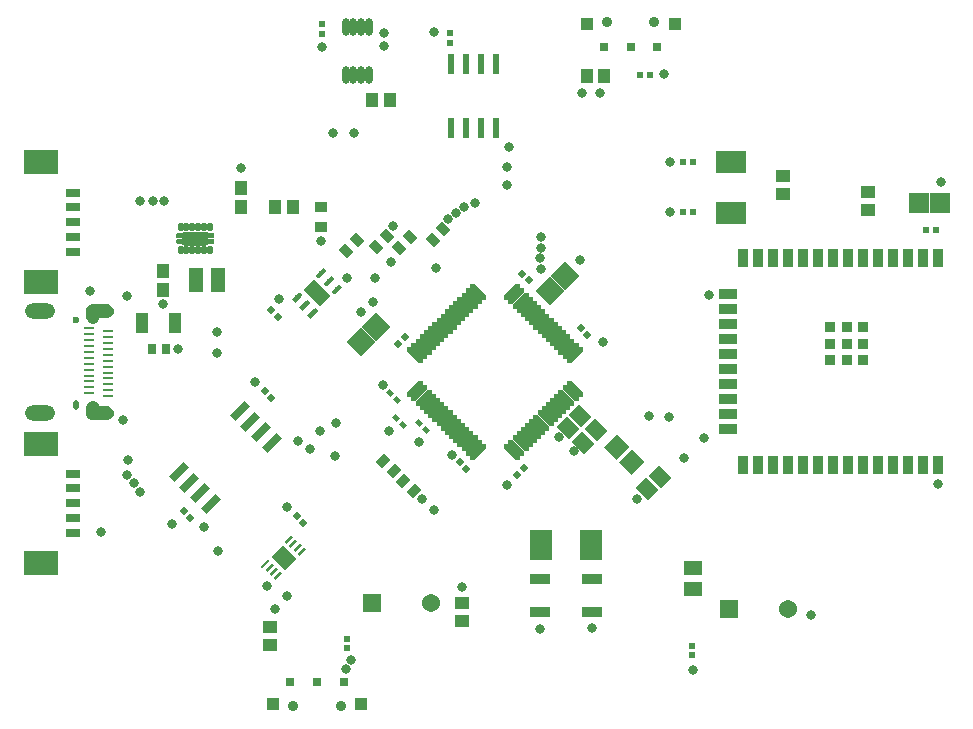
<source format=gbr>
%TF.GenerationSoftware,Altium Limited,Altium Designer,25.3.3 (18)*%
G04 Layer_Color=8388736*
%FSLAX45Y45*%
%MOMM*%
%TF.SameCoordinates,C60B5D50-6102-498E-8A7F-52ABF2EF578F*%
%TF.FilePolarity,Negative*%
%TF.FileFunction,Soldermask,Top*%
%TF.Part,Single*%
G01*
G75*
%TA.AperFunction,BGAPad,CuDef*%
%ADD10R,0.90000X0.90000*%
%TA.AperFunction,SMDPad,CuDef*%
%ADD11R,1.50000X0.90000*%
%ADD12R,0.90000X1.50000*%
%ADD13R,1.27000X1.02000*%
%ADD14R,0.52000X0.52000*%
%ADD15R,2.60000X1.90000*%
%ADD18P,0.73539X4X180.0*%
%TA.AperFunction,BGAPad,CuDef*%
%ADD19C,0.36000*%
%TA.AperFunction,SMDPad,CuDef*%
G04:AMPARAMS|DCode=20|XSize=1.3mm|YSize=2mm|CornerRadius=0mm|HoleSize=0mm|Usage=FLASHONLY|Rotation=45.000|XOffset=0mm|YOffset=0mm|HoleType=Round|Shape=Rectangle|*
%AMROTATEDRECTD20*
4,1,4,0.24749,-1.16673,-1.16673,0.24749,-0.24749,1.16673,1.16673,-0.24749,0.24749,-1.16673,0.0*
%
%ADD20ROTATEDRECTD20*%

%ADD21R,1.01213X1.20840*%
%ADD22R,1.15490X2.10620*%
%ADD29P,0.73539X4X90.0*%
%ADD30R,0.80000X0.80000*%
%ADD31R,1.00000X1.00000*%
%TA.AperFunction,ConnectorPad*%
%ADD33R,0.90000X0.27000*%
%TA.AperFunction,SMDPad,CuDef*%
%ADD34C,1.20656*%
%ADD35C,1.20655*%
%ADD36R,1.30000X0.80000*%
%ADD37R,3.00000X2.10000*%
G04:AMPARAMS|DCode=41|XSize=1.4549mm|YSize=1.5562mm|CornerRadius=0mm|HoleSize=0mm|Usage=FLASHONLY|Rotation=135.000|XOffset=0mm|YOffset=0mm|HoleType=Round|Shape=Rectangle|*
%AMROTATEDRECTD41*
4,1,4,1.06459,0.03581,-0.03581,-1.06459,-1.06459,-0.03581,0.03581,1.06459,1.06459,0.03581,0.0*
%
%ADD41ROTATEDRECTD41*%

G04:AMPARAMS|DCode=42|XSize=1.7mm|YSize=0.65mm|CornerRadius=0mm|HoleSize=0mm|Usage=FLASHONLY|Rotation=225.000|XOffset=0mm|YOffset=0mm|HoleType=Round|Shape=Rectangle|*
%AMROTATEDRECTD42*
4,1,4,0.37123,0.83085,0.83085,0.37123,-0.37123,-0.83085,-0.83085,-0.37123,0.37123,0.83085,0.0*
%
%ADD42ROTATEDRECTD42*%

%ADD43R,0.52000X0.52000*%
%ADD44R,0.54200X1.68500*%
G04:AMPARAMS|DCode=45|XSize=0.86107mm|YSize=0.23928mm|CornerRadius=0mm|HoleSize=0mm|Usage=FLASHONLY|Rotation=45.000|XOffset=0mm|YOffset=0mm|HoleType=Round|Shape=Rectangle|*
%AMROTATEDRECTD45*
4,1,4,-0.21983,-0.38903,-0.38903,-0.21983,0.21983,0.38903,0.38903,0.21983,-0.21983,-0.38903,0.0*
%
%ADD45ROTATEDRECTD45*%

G04:AMPARAMS|DCode=46|XSize=0.86107mm|YSize=0.23928mm|CornerRadius=0.11964mm|HoleSize=0mm|Usage=FLASHONLY|Rotation=45.000|XOffset=0mm|YOffset=0mm|HoleType=Round|Shape=RoundedRectangle|*
%AMROUNDEDRECTD46*
21,1,0.86107,0.00000,0,0,45.0*
21,1,0.62178,0.23928,0,0,45.0*
1,1,0.23928,0.21983,0.21983*
1,1,0.23928,-0.21983,-0.21983*
1,1,0.23928,-0.21983,-0.21983*
1,1,0.23928,0.21983,0.21983*
%
%ADD46ROUNDEDRECTD46*%
G04:AMPARAMS|DCode=47|XSize=1.4mm|YSize=1.6mm|CornerRadius=0mm|HoleSize=0mm|Usage=FLASHONLY|Rotation=45.000|XOffset=0mm|YOffset=0mm|HoleType=Round|Shape=Rectangle|*
%AMROTATEDRECTD47*
4,1,4,0.07071,-1.06066,-1.06066,0.07071,-0.07071,1.06066,1.06066,-0.07071,0.07071,-1.06066,0.0*
%
%ADD47ROTATEDRECTD47*%

%ADD48R,1.00000X1.80000*%
%ADD49R,0.73504X0.86213*%
%ADD51R,1.70000X0.95000*%
%ADD52R,1.90000X2.60000*%
%TA.AperFunction,ComponentPad*%
%ADD58C,0.90000*%
G04:AMPARAMS|DCode=59|XSize=1.25mm|YSize=0.6mm|CornerRadius=0.3mm|HoleSize=0mm|Usage=FLASHONLY|Rotation=90.000|XOffset=0mm|YOffset=0mm|HoleType=Round|Shape=RoundedRectangle|*
%AMROUNDEDRECTD59*
21,1,1.25000,0.00000,0,0,90.0*
21,1,0.65000,0.60000,0,0,90.0*
1,1,0.60000,0.00000,0.32500*
1,1,0.60000,0.00000,-0.32500*
1,1,0.60000,0.00000,-0.32500*
1,1,0.60000,0.00000,0.32500*
%
%ADD59ROUNDEDRECTD59*%
G04:AMPARAMS|DCode=60|XSize=2.6mm|YSize=1.3mm|CornerRadius=0.65mm|HoleSize=0mm|Usage=FLASHONLY|Rotation=180.000|XOffset=0mm|YOffset=0mm|HoleType=Round|Shape=RoundedRectangle|*
%AMROUNDEDRECTD60*
21,1,2.60000,0.00000,0,0,180.0*
21,1,1.30000,1.30000,0,0,180.0*
1,1,1.30000,-0.65000,0.00000*
1,1,1.30000,0.65000,0.00000*
1,1,1.30000,0.65000,0.00000*
1,1,1.30000,-0.65000,0.00000*
%
%ADD60ROUNDEDRECTD60*%
G04:AMPARAMS|DCode=61|XSize=0.6mm|YSize=1.9mm|CornerRadius=0.3mm|HoleSize=0mm|Usage=FLASHONLY|Rotation=90.000|XOffset=0mm|YOffset=0mm|HoleType=Round|Shape=RoundedRectangle|*
%AMROUNDEDRECTD61*
21,1,0.60000,1.30000,0,0,90.0*
21,1,0.00000,1.90000,0,0,90.0*
1,1,0.60000,0.65000,0.00000*
1,1,0.60000,0.65000,0.00000*
1,1,0.60000,-0.65000,0.00000*
1,1,0.60000,-0.65000,0.00000*
%
%ADD61ROUNDEDRECTD61*%
%ADD62C,0.60000*%
G04:AMPARAMS|DCode=63|XSize=0.85mm|YSize=0.5mm|CornerRadius=0.25mm|HoleSize=0mm|Usage=FLASHONLY|Rotation=270.000|XOffset=0mm|YOffset=0mm|HoleType=Round|Shape=RoundedRectangle|*
%AMROUNDEDRECTD63*
21,1,0.85000,0.00000,0,0,270.0*
21,1,0.35000,0.50000,0,0,270.0*
1,1,0.50000,0.00000,-0.17500*
1,1,0.50000,0.00000,0.17500*
1,1,0.50000,0.00000,0.17500*
1,1,0.50000,0.00000,-0.17500*
%
%ADD63ROUNDEDRECTD63*%
%ADD64C,1.54060*%
%ADD65R,1.54060X1.54060*%
%TA.AperFunction,ViaPad*%
%ADD66C,0.60000*%
%TA.AperFunction,SMDPad,CuDef*%
%ADD75R,1.20320X1.00320*%
%ADD76R,1.70320X1.75320*%
G04:AMPARAMS|DCode=77|XSize=1.0032mm|YSize=0.8032mm|CornerRadius=0mm|HoleSize=0mm|Usage=FLASHONLY|Rotation=315.000|XOffset=0mm|YOffset=0mm|HoleType=Round|Shape=Rectangle|*
%AMROTATEDRECTD77*
4,1,4,-0.63866,0.07071,-0.07071,0.63866,0.63866,-0.07071,0.07071,-0.63866,-0.63866,0.07071,0.0*
%
%ADD77ROTATEDRECTD77*%

%ADD78R,1.00320X1.20320*%
%ADD79R,1.00320X0.90320*%
G04:AMPARAMS|DCode=80|XSize=0.5632mm|YSize=0.4532mm|CornerRadius=0mm|HoleSize=0mm|Usage=FLASHONLY|Rotation=315.000|XOffset=0mm|YOffset=0mm|HoleType=Round|Shape=Rectangle|*
%AMROTATEDRECTD80*
4,1,4,-0.35935,0.03889,-0.03889,0.35935,0.35935,-0.03889,0.03889,-0.35935,-0.35935,0.03889,0.0*
%
%ADD80ROTATEDRECTD80*%

G04:AMPARAMS|DCode=81|XSize=0.5032mm|YSize=1.8032mm|CornerRadius=0mm|HoleSize=0mm|Usage=FLASHONLY|Rotation=225.000|XOffset=0mm|YOffset=0mm|HoleType=Round|Shape=Round|*
%AMOVALD81*
21,1,1.30000,0.50320,0.00000,0.00000,315.0*
1,1,0.50320,-0.45962,0.45962*
1,1,0.50320,0.45962,-0.45962*
%
%ADD81OVALD81*%

G04:AMPARAMS|DCode=82|XSize=0.5032mm|YSize=1.8032mm|CornerRadius=0mm|HoleSize=0mm|Usage=FLASHONLY|Rotation=135.000|XOffset=0mm|YOffset=0mm|HoleType=Round|Shape=Round|*
%AMOVALD82*
21,1,1.30000,0.50320,0.00000,0.00000,225.0*
1,1,0.50320,0.45962,0.45962*
1,1,0.50320,-0.45962,-0.45962*
%
%ADD82OVALD82*%

%ADD83O,0.65320X1.50320*%
G04:AMPARAMS|DCode=84|XSize=1.7532mm|YSize=1.7032mm|CornerRadius=0mm|HoleSize=0mm|Usage=FLASHONLY|Rotation=315.000|XOffset=0mm|YOffset=0mm|HoleType=Round|Shape=Rectangle|*
%AMROTATEDRECTD84*
4,1,4,-1.22202,0.01768,-0.01768,1.22202,1.22202,-0.01768,0.01768,-1.22202,-1.22202,0.01768,0.0*
%
%ADD84ROTATEDRECTD84*%

G04:AMPARAMS|DCode=85|XSize=1.5532mm|YSize=1.3032mm|CornerRadius=0mm|HoleSize=0mm|Usage=FLASHONLY|Rotation=135.000|XOffset=0mm|YOffset=0mm|HoleType=Round|Shape=Rectangle|*
%AMROTATEDRECTD85*
4,1,4,1.00989,-0.08839,0.08839,-1.00989,-1.00989,0.08839,-0.08839,1.00989,1.00989,-0.08839,0.0*
%
%ADD85ROTATEDRECTD85*%

G04:AMPARAMS|DCode=86|XSize=1.5032mm|YSize=1.2032mm|CornerRadius=0mm|HoleSize=0mm|Usage=FLASHONLY|Rotation=135.000|XOffset=0mm|YOffset=0mm|HoleType=Round|Shape=Rectangle|*
%AMROTATEDRECTD86*
4,1,4,0.95686,-0.10607,0.10607,-0.95686,-0.95686,0.10607,-0.10607,0.95686,0.95686,-0.10607,0.0*
%
%ADD86ROTATEDRECTD86*%

G04:AMPARAMS|DCode=87|XSize=1.0032mm|YSize=0.8032mm|CornerRadius=0mm|HoleSize=0mm|Usage=FLASHONLY|Rotation=225.000|XOffset=0mm|YOffset=0mm|HoleType=Round|Shape=Rectangle|*
%AMROTATEDRECTD87*
4,1,4,0.07071,0.63866,0.63866,0.07071,-0.07071,-0.63866,-0.63866,-0.07071,0.07071,0.63866,0.0*
%
%ADD87ROTATEDRECTD87*%

G04:AMPARAMS|DCode=88|XSize=1.1032mm|YSize=2.2032mm|CornerRadius=0.1511mm|HoleSize=0mm|Usage=FLASHONLY|Rotation=90.000|XOffset=0mm|YOffset=0mm|HoleType=Round|Shape=RoundedRectangle|*
%AMROUNDEDRECTD88*
21,1,1.10320,1.90100,0,0,90.0*
21,1,0.80100,2.20320,0,0,90.0*
1,1,0.30220,0.95050,0.40050*
1,1,0.30220,0.95050,-0.40050*
1,1,0.30220,-0.95050,-0.40050*
1,1,0.30220,-0.95050,0.40050*
%
%ADD88ROUNDEDRECTD88*%
G04:AMPARAMS|DCode=89|XSize=0.4532mm|YSize=0.7032mm|CornerRadius=0.1516mm|HoleSize=0mm|Usage=FLASHONLY|Rotation=180.000|XOffset=0mm|YOffset=0mm|HoleType=Round|Shape=RoundedRectangle|*
%AMROUNDEDRECTD89*
21,1,0.45320,0.40000,0,0,180.0*
21,1,0.15000,0.70320,0,0,180.0*
1,1,0.30320,-0.07500,0.20000*
1,1,0.30320,0.07500,0.20000*
1,1,0.30320,0.07500,-0.20000*
1,1,0.30320,-0.07500,-0.20000*
%
%ADD89ROUNDEDRECTD89*%
%ADD90R,1.55320X1.20320*%
%TA.AperFunction,ViaPad*%
%ADD91C,0.80320*%
%ADD92C,0.70320*%
G36*
X7426329Y8597595D02*
X7427635Y8597335D01*
X7428896Y8596907D01*
X7430091Y8596318D01*
X7431198Y8595578D01*
X7432199Y8594700D01*
X7433077Y8593698D01*
X7433817Y8592591D01*
X7434407Y8591396D01*
X7434819Y8590182D01*
X7475000D01*
X7476328Y8590095D01*
X7477635Y8589835D01*
X7478896Y8589407D01*
X7480090Y8588818D01*
X7481198Y8588078D01*
X7482199Y8587200D01*
X7483077Y8586198D01*
X7483817Y8585091D01*
X7484406Y8583896D01*
X7484834Y8582635D01*
X7485094Y8581329D01*
X7485181Y8580000D01*
Y8555000D01*
X7485094Y8553671D01*
X7484834Y8552365D01*
X7484406Y8551104D01*
X7483817Y8549909D01*
X7483077Y8548802D01*
X7482199Y8547801D01*
X7481198Y8546922D01*
X7480090Y8546183D01*
X7478896Y8545593D01*
X7477635Y8545165D01*
X7476328Y8544905D01*
X7475000Y8544818D01*
X7435181D01*
Y8540181D01*
X7475000D01*
X7476328Y8540094D01*
X7477635Y8539834D01*
X7478896Y8539406D01*
X7480090Y8538817D01*
X7481198Y8538077D01*
X7482199Y8537199D01*
X7483077Y8536198D01*
X7483817Y8535090D01*
X7484406Y8533896D01*
X7484834Y8532635D01*
X7485094Y8531328D01*
X7485181Y8529999D01*
Y8504999D01*
X7485094Y8503671D01*
X7484834Y8502364D01*
X7484406Y8501103D01*
X7483817Y8499909D01*
X7483077Y8498801D01*
X7482199Y8497800D01*
X7481198Y8496922D01*
X7480090Y8496182D01*
X7478896Y8495593D01*
X7477635Y8495165D01*
X7476328Y8494905D01*
X7475000Y8494818D01*
X7434819D01*
X7434407Y8493603D01*
X7433817Y8492409D01*
X7433077Y8491301D01*
X7432199Y8490300D01*
X7431198Y8489422D01*
X7430091Y8488682D01*
X7428896Y8488093D01*
X7427635Y8487665D01*
X7426329Y8487405D01*
X7425000Y8487318D01*
X7225000D01*
X7223671Y8487405D01*
X7222364Y8487665D01*
X7221103Y8488093D01*
X7219909Y8488682D01*
X7218801Y8489422D01*
X7217800Y8490300D01*
X7216922Y8491301D01*
X7216182Y8492409D01*
X7215593Y8493603D01*
X7215180Y8494818D01*
X7175000D01*
X7173671Y8494905D01*
X7172364Y8495165D01*
X7171103Y8495593D01*
X7169909Y8496182D01*
X7168801Y8496922D01*
X7167800Y8497800D01*
X7166922Y8498801D01*
X7166182Y8499909D01*
X7165593Y8501103D01*
X7165165Y8502364D01*
X7164905Y8503671D01*
X7164818Y8504999D01*
Y8529999D01*
X7164905Y8531328D01*
X7165165Y8532635D01*
X7165593Y8533896D01*
X7166182Y8535090D01*
X7166922Y8536198D01*
X7167800Y8537199D01*
X7168801Y8538077D01*
X7169909Y8538817D01*
X7171103Y8539406D01*
X7172364Y8539834D01*
X7173671Y8540094D01*
X7175000Y8540181D01*
X7214818D01*
Y8544818D01*
X7175000D01*
X7173671Y8544905D01*
X7172364Y8545165D01*
X7171103Y8545593D01*
X7169909Y8546183D01*
X7168801Y8546922D01*
X7167800Y8547801D01*
X7166922Y8548802D01*
X7166182Y8549909D01*
X7165593Y8551104D01*
X7165165Y8552365D01*
X7164905Y8553671D01*
X7164818Y8555000D01*
Y8580000D01*
X7164905Y8581329D01*
X7165165Y8582635D01*
X7165593Y8583896D01*
X7166182Y8585091D01*
X7166922Y8586198D01*
X7167800Y8587200D01*
X7168801Y8588078D01*
X7169909Y8588818D01*
X7171103Y8589407D01*
X7172364Y8589835D01*
X7173671Y8590095D01*
X7175000Y8590182D01*
X7215180D01*
X7215593Y8591396D01*
X7216182Y8592591D01*
X7216922Y8593698D01*
X7217800Y8594700D01*
X7218801Y8595578D01*
X7219909Y8596318D01*
X7221103Y8596907D01*
X7222364Y8597335D01*
X7223671Y8597595D01*
X7225000Y8597682D01*
X7425000D01*
X7426329Y8597595D01*
D02*
G37*
G36*
X8436317Y8267383D02*
X8383284Y8214350D01*
X8380471Y8211537D01*
X8373120Y8208492D01*
X8365164D01*
X8357813Y8211537D01*
X8355000Y8214350D01*
X8352187Y8217163D01*
X8349142Y8224514D01*
Y8232470D01*
X8352187Y8239821D01*
X8355000Y8242634D01*
Y8242635D01*
X8408033Y8295668D01*
X8436317Y8267383D01*
D02*
G37*
G36*
X8503493Y8200208D02*
X8450459Y8147175D01*
X8447646Y8144362D01*
X8440296Y8141317D01*
X8432339D01*
X8424988Y8144362D01*
X8422175Y8147175D01*
X8419362Y8149988D01*
X8416317Y8157339D01*
Y8165296D01*
X8419362Y8172646D01*
X8422175Y8175459D01*
X8475208Y8228492D01*
X8503493Y8200208D01*
D02*
G37*
G36*
X8570668Y8133033D02*
X8517634Y8080000D01*
X8514821Y8077187D01*
X8507471Y8074142D01*
X8499514D01*
X8492163Y8077187D01*
X8489350Y8080000D01*
X8486537Y8082813D01*
X8483493Y8090164D01*
Y8098120D01*
X8486537Y8105471D01*
X8489350Y8108284D01*
X8542383Y8161317D01*
X8570668Y8133033D01*
D02*
G37*
G36*
X8217837Y8082813D02*
X8220650Y8080000D01*
X8223463Y8077187D01*
X8226508Y8069836D01*
Y8061879D01*
X8223463Y8054529D01*
X8220650Y8051716D01*
X8167617Y7998683D01*
X8139332Y8026967D01*
X8192366Y8080000D01*
X8195179Y8082813D01*
X8202529Y8085858D01*
X8210486D01*
X8217837Y8082813D01*
D02*
G37*
G36*
X8285012Y8015638D02*
X8287825Y8012825D01*
X8290638Y8010012D01*
X8293683Y8002661D01*
Y7994704D01*
X8290638Y7987354D01*
X8287825Y7984541D01*
X8287825D01*
X8234792Y7931508D01*
X8206508Y7959792D01*
X8259541Y8012825D01*
X8262354Y8015638D01*
X8269704Y8018683D01*
X8277661D01*
X8285012Y8015638D01*
D02*
G37*
G36*
X6606487Y7978355D02*
X6623366Y7961477D01*
X6632500Y7939425D01*
Y7915555D01*
X6623366Y7893503D01*
X6606487Y7876625D01*
X6584435Y7867490D01*
X6512501D01*
X6510728Y7857895D01*
X6500796Y7841095D01*
X6485692Y7828736D01*
X6467258Y7822329D01*
X6457501Y7822491D01*
X6457500D01*
X6447744Y7822329D01*
X6429309Y7828736D01*
X6414205Y7841095D01*
X6404273Y7857895D01*
X6402500Y7867490D01*
Y7927490D01*
X6402500Y7927490D01*
X6402500Y7939425D01*
X6411635Y7961477D01*
X6428513Y7978355D01*
X6450565Y7987490D01*
X6462500D01*
X6572500Y7987490D01*
X6584435D01*
X6606487Y7978355D01*
D02*
G37*
G36*
X8352187Y7948463D02*
X8355000Y7945650D01*
X8357813Y7942837D01*
X8360858Y7935486D01*
Y7927529D01*
X8357813Y7920178D01*
X8355000Y7917365D01*
X8355000D01*
X8301967Y7864333D01*
X8273683Y7892617D01*
X8326716Y7945650D01*
X8329529Y7948463D01*
X8336879Y7951508D01*
X8344836D01*
X8352187Y7948463D01*
D02*
G37*
G36*
X6485696Y7162265D02*
X6500800Y7149906D01*
X6510732Y7133106D01*
X6512505Y7123511D01*
X6572505Y7123510D01*
X6584439D01*
X6606492Y7114376D01*
X6623370Y7097497D01*
X6632505Y7075445D01*
Y7051575D01*
X6623370Y7029523D01*
X6606492Y7012645D01*
X6584439Y7003511D01*
X6572505D01*
X6462504Y7003511D01*
X6450570D01*
X6428517Y7012645D01*
X6411639Y7029523D01*
X6402504Y7051576D01*
X6402505Y7063511D01*
Y7063511D01*
Y7123511D01*
X6404278Y7133106D01*
X6414209Y7149906D01*
X6429314Y7162265D01*
X6447749Y7168672D01*
X6457505Y7168510D01*
X6467262Y7168672D01*
X6485696Y7162265D01*
D02*
G37*
D10*
X12700500Y7513150D02*
D03*
Y7653150D02*
D03*
Y7793150D02*
D03*
X12840500Y7513150D02*
D03*
Y7653150D02*
D03*
Y7793150D02*
D03*
X12980499Y7513150D02*
D03*
Y7653150D02*
D03*
X12980499Y7793150D02*
D03*
D11*
X11836500Y6931650D02*
D03*
Y7058650D02*
D03*
Y7185650D02*
D03*
Y7312650D02*
D03*
Y7439650D02*
D03*
Y7566650D02*
D03*
Y7693650D02*
D03*
Y7820650D02*
D03*
Y7947650D02*
D03*
Y8074650D02*
D03*
D12*
X13612500Y6628150D02*
D03*
X13485500Y6628150D02*
D03*
X13358501Y6628150D02*
D03*
X13231500D02*
D03*
X13104500D02*
D03*
X12977499D02*
D03*
X12850500Y6628150D02*
D03*
X12723500Y6628150D02*
D03*
X12596500D02*
D03*
X12469500D02*
D03*
X12342500D02*
D03*
X12215500D02*
D03*
X12088500D02*
D03*
X11961500D02*
D03*
Y8378150D02*
D03*
X12088500D02*
D03*
X12215500D02*
D03*
X12342500D02*
D03*
X12469500D02*
D03*
X12596500D02*
D03*
X12723500D02*
D03*
X12850500Y8378150D02*
D03*
X12977499Y8378150D02*
D03*
X13104500D02*
D03*
X13231500D02*
D03*
X13358501D02*
D03*
X13485500Y8378150D02*
D03*
X13612500Y8378150D02*
D03*
D13*
X12300000Y8918999D02*
D03*
Y9071000D02*
D03*
D14*
X13592499Y8612500D02*
D03*
X13512500D02*
D03*
X11455000Y8764999D02*
D03*
X11535000D02*
D03*
X11457501Y9192499D02*
D03*
X11537500Y9192499D02*
D03*
X11092500Y9930000D02*
D03*
X11172500D02*
D03*
D15*
X11862500Y8762499D02*
D03*
X11862500Y9192499D02*
D03*
D18*
X8022500Y7877500D02*
D03*
X7965932Y7934068D02*
D03*
X9561716Y6648284D02*
D03*
X9618284Y6591716D02*
D03*
X10643284Y7729216D02*
D03*
X10586716Y7785784D02*
D03*
X10091716Y8245784D02*
D03*
X10148284Y8189216D02*
D03*
X7968284Y7196716D02*
D03*
X7911716Y7253284D02*
D03*
X7283284Y6176716D02*
D03*
X7226716Y6233284D02*
D03*
X8238284Y6134216D02*
D03*
X8181716Y6190784D02*
D03*
D19*
X8187062Y8046412D02*
D03*
X8254237Y7979237D02*
D03*
X8321412Y7912062D02*
D03*
X8522938Y8113588D02*
D03*
X8457208Y8182208D02*
D03*
X8388588Y8247938D02*
D03*
D20*
X8355000Y8080000D02*
D03*
D21*
X7047500Y8265186D02*
D03*
Y8104813D02*
D03*
X7707500Y8970187D02*
D03*
Y8809813D02*
D03*
D22*
X7329935Y8190000D02*
D03*
X7515064D02*
D03*
D29*
X9101568Y7709068D02*
D03*
X9045000Y7652500D02*
D03*
X10108284Y6598284D02*
D03*
X10051716Y6541716D02*
D03*
D30*
X10787500Y10167000D02*
D03*
X11012500Y10167000D02*
D03*
X11237500D02*
D03*
X8580000Y4790500D02*
D03*
X8355000D02*
D03*
X8130000D02*
D03*
D31*
X10637500Y10357000D02*
D03*
X11387500Y10357000D02*
D03*
X8730000Y4600500D02*
D03*
X7980000D02*
D03*
D33*
X6587500Y7758000D02*
D03*
Y7708000D02*
D03*
Y7658000D02*
D03*
Y7608000D02*
D03*
Y7558000D02*
D03*
X6587501Y7508000D02*
D03*
X6587500Y7458000D02*
D03*
Y7408000D02*
D03*
Y7358000D02*
D03*
X6587501Y7308000D02*
D03*
X6587500Y7258000D02*
D03*
Y7208000D02*
D03*
X6427500Y7233000D02*
D03*
X6427500Y7283000D02*
D03*
X6427500Y7333000D02*
D03*
Y7383000D02*
D03*
Y7433000D02*
D03*
Y7483000D02*
D03*
Y7533000D02*
D03*
Y7583000D02*
D03*
Y7633000D02*
D03*
Y7683000D02*
D03*
Y7733000D02*
D03*
Y7783001D02*
D03*
D34*
X6469531Y7920459D02*
D03*
D35*
X6469535Y7070541D02*
D03*
D36*
X6292500Y8932500D02*
D03*
Y8807500D02*
D03*
Y8682500D02*
D03*
Y8557500D02*
D03*
Y8432500D02*
D03*
Y6552500D02*
D03*
Y6427500D02*
D03*
Y6302500D02*
D03*
Y6177500D02*
D03*
Y6052500D02*
D03*
D37*
X6017500Y8177500D02*
D03*
Y9187500D02*
D03*
Y5797500D02*
D03*
Y6807500D02*
D03*
D41*
X11025453Y6647047D02*
D03*
X10894547Y6777953D02*
D03*
D42*
X7971292Y6813390D02*
D03*
X7881489Y6903193D02*
D03*
X7791686Y6992995D02*
D03*
X7701884Y7082798D02*
D03*
X7185696Y6566610D02*
D03*
X7275499Y6476807D02*
D03*
X7365301Y6387005D02*
D03*
X7455104Y6297202D02*
D03*
D43*
X9485000Y10200000D02*
D03*
Y10280000D02*
D03*
X8395000Y10357500D02*
D03*
Y10277500D02*
D03*
X8607500Y5075000D02*
D03*
Y5155000D02*
D03*
X11532500Y5015000D02*
D03*
Y5095000D02*
D03*
D44*
X9487000Y9481400D02*
D03*
X9614000D02*
D03*
X9741000D02*
D03*
X9868000D02*
D03*
Y10018600D02*
D03*
X9741000D02*
D03*
X9614000D02*
D03*
X9487000D02*
D03*
D45*
X7918667Y5789732D02*
D03*
D46*
X7954022Y5754377D02*
D03*
X7989377Y5719022D02*
D03*
X8024733Y5683667D02*
D03*
X8226333Y5885267D02*
D03*
X8190978Y5920623D02*
D03*
X8155623Y5955978D02*
D03*
X8120267Y5991333D02*
D03*
D47*
X8072500Y5837500D02*
D03*
D48*
X7150000Y7830000D02*
D03*
X6870000D02*
D03*
D49*
X7079039Y7607500D02*
D03*
X6955961D02*
D03*
D51*
X10685000Y5382500D02*
D03*
Y5662500D02*
D03*
X10242500Y5380000D02*
D03*
Y5660000D02*
D03*
D52*
X10677500Y5950000D02*
D03*
X10247500D02*
D03*
D58*
X10812500Y10375000D02*
D03*
X11212500D02*
D03*
X8555000Y4582500D02*
D03*
X8155000D02*
D03*
D59*
X6452500Y7895000D02*
D03*
X6452500Y7096000D02*
D03*
D60*
X6012500Y7063500D02*
D03*
Y7927500D02*
D03*
D61*
X6517500D02*
D03*
Y7063500D02*
D03*
D62*
X6317500Y7855500D02*
D03*
D63*
Y7135500D02*
D03*
D64*
X12340190Y5407500D02*
D03*
X9322690Y5455000D02*
D03*
D65*
X11839810Y5407500D02*
D03*
X8822310Y5455000D02*
D03*
D66*
X8326716Y8108284D02*
D03*
X8383284Y8051716D02*
D03*
D75*
X13022501Y8785000D02*
D03*
Y8935000D02*
D03*
X7960000Y5250000D02*
D03*
Y5100000D02*
D03*
X9582500Y5455000D02*
D03*
Y5305000D02*
D03*
D76*
X13632500Y8845000D02*
D03*
X13452499D02*
D03*
D77*
X8599038Y8439038D02*
D03*
X8690962Y8530962D02*
D03*
X8854038Y8471538D02*
D03*
X8945962Y8563462D02*
D03*
X9334038Y8531538D02*
D03*
X9425962Y8623462D02*
D03*
X9138462Y8555962D02*
D03*
X9046538Y8464038D02*
D03*
D78*
X8002500Y8807500D02*
D03*
X8152500D02*
D03*
X10787500Y9917500D02*
D03*
X10637500D02*
D03*
X8822500Y9720000D02*
D03*
X8972500D02*
D03*
D79*
X8392500Y8807500D02*
D03*
Y8637500D02*
D03*
D80*
X9217801Y6977198D02*
D03*
X9277198Y6917802D02*
D03*
X8975302Y7232198D02*
D03*
X9034698Y7172802D02*
D03*
X9087198Y6960302D02*
D03*
X9027802Y7019698D02*
D03*
D81*
X10007457Y6737213D02*
D03*
X10042812Y6772568D02*
D03*
X10078168Y6807923D02*
D03*
X10113523Y6843279D02*
D03*
X10148878Y6878634D02*
D03*
X10184234Y6913989D02*
D03*
X10219589Y6949345D02*
D03*
X10254944Y6984700D02*
D03*
X10290300Y7020055D02*
D03*
X10325655Y7055411D02*
D03*
X10361010Y7090766D02*
D03*
X10396366Y7126121D02*
D03*
X10431721Y7161477D02*
D03*
X10467076Y7196832D02*
D03*
X10502432Y7232187D02*
D03*
X10537787Y7267543D02*
D03*
X9717543Y8087787D02*
D03*
X9682188Y8052431D02*
D03*
X9646832Y8017076D02*
D03*
X9611477Y7981720D02*
D03*
X9576122Y7946365D02*
D03*
X9540767Y7911010D02*
D03*
X9505411Y7875655D02*
D03*
X9470056Y7840299D02*
D03*
X9434700Y7804944D02*
D03*
X9399345Y7769588D02*
D03*
X9363990Y7734233D02*
D03*
X9328634Y7698878D02*
D03*
X9293279Y7663523D02*
D03*
X9257924Y7628167D02*
D03*
X9222568Y7592812D02*
D03*
X9187213Y7557457D02*
D03*
D82*
X10537787D02*
D03*
X10502432Y7592812D02*
D03*
X10467076Y7628167D02*
D03*
X10431721Y7663523D02*
D03*
X10396366Y7698878D02*
D03*
X10361010Y7734233D02*
D03*
X10325655Y7769588D02*
D03*
X10290300Y7804944D02*
D03*
X10254944Y7840299D02*
D03*
X10219589Y7875655D02*
D03*
X10184233Y7911010D02*
D03*
X10148878Y7946365D02*
D03*
X10113523Y7981720D02*
D03*
X10078168Y8017076D02*
D03*
X10042812Y8052431D02*
D03*
X10007457Y8087787D02*
D03*
X9187213Y7267543D02*
D03*
X9222568Y7232187D02*
D03*
X9257924Y7196832D02*
D03*
X9293279Y7161477D02*
D03*
X9328634Y7126121D02*
D03*
X9363990Y7090766D02*
D03*
X9399345Y7055411D02*
D03*
X9434700Y7020055D02*
D03*
X9470056Y6984700D02*
D03*
X9505411Y6949345D02*
D03*
X9540766Y6913989D02*
D03*
X9576122Y6878634D02*
D03*
X9611477Y6843279D02*
D03*
X9646832Y6807923D02*
D03*
X9682188Y6772568D02*
D03*
X9717543Y6737213D02*
D03*
D83*
X8792500Y10335000D02*
D03*
X8727500D02*
D03*
X8662500D02*
D03*
X8597500D02*
D03*
X8792500Y9925000D02*
D03*
X8727500D02*
D03*
X8662500D02*
D03*
X8597500D02*
D03*
D84*
X10452279Y8224779D02*
D03*
X10325000Y8097500D02*
D03*
X8731360Y7666361D02*
D03*
X8858640Y7793640D02*
D03*
D85*
X10483002Y6943002D02*
D03*
X10581997Y7041997D02*
D03*
D86*
X10609467Y6811967D02*
D03*
X10715533Y6918033D02*
D03*
X11149467Y6421967D02*
D03*
X11255533Y6528033D02*
D03*
D87*
X9005962Y6571538D02*
D03*
X8914038Y6663462D02*
D03*
X9081538Y6493462D02*
D03*
X9173462Y6401538D02*
D03*
D88*
X7325000Y8542500D02*
D03*
D89*
X7200000Y8637500D02*
D03*
X7250000D02*
D03*
X7300000D02*
D03*
X7350000D02*
D03*
X7400000D02*
D03*
X7450000D02*
D03*
Y8447500D02*
D03*
X7400000D02*
D03*
X7350000Y8447500D02*
D03*
X7300000D02*
D03*
X7250000Y8447500D02*
D03*
X7200000D02*
D03*
D90*
X11535000Y5572500D02*
D03*
Y5752500D02*
D03*
D91*
X8640000Y4977500D02*
D03*
X8602500Y4897500D02*
D03*
X8827500Y8006992D02*
D03*
X7047500Y7990000D02*
D03*
X13612500Y6467500D02*
D03*
X11677500Y8067500D02*
D03*
X7402500Y6097500D02*
D03*
X7517500Y5895000D02*
D03*
X8000000Y5410000D02*
D03*
X8102500Y5517500D02*
D03*
X6525000Y6057500D02*
D03*
X7510804Y7571696D02*
D03*
X7510000Y7755000D02*
D03*
X11340000Y8767500D02*
D03*
X11347500Y9192500D02*
D03*
X13637500Y9025000D02*
D03*
X6860000Y6397500D02*
D03*
X6805000Y6475000D02*
D03*
X6747500Y6545000D02*
D03*
X6757500Y6665000D02*
D03*
X8101317Y6266183D02*
D03*
X7930000Y5597500D02*
D03*
X9347500Y6242500D02*
D03*
X9245000Y6340000D02*
D03*
X11465000Y6687500D02*
D03*
X11627500Y6852500D02*
D03*
X8030000Y8032500D02*
D03*
X8607500Y8205000D02*
D03*
X8515000Y6985000D02*
D03*
X8510000Y6700000D02*
D03*
X8730000Y7920000D02*
D03*
X9220000Y6822500D02*
D03*
X8910000Y7302500D02*
D03*
X8965000Y6917500D02*
D03*
X8380000D02*
D03*
X8295000Y6765000D02*
D03*
X8195000Y6830000D02*
D03*
X7062500Y8857500D02*
D03*
X6962500Y8860000D02*
D03*
X6855000Y8857500D02*
D03*
X10248462Y8553462D02*
D03*
X8392500Y8522500D02*
D03*
X7830000Y7330000D02*
D03*
X10245000Y8377500D02*
D03*
X10247500Y8462500D02*
D03*
X9690000Y8842500D02*
D03*
X9599186Y8813315D02*
D03*
X9534676Y8760324D02*
D03*
X9467340Y8710160D02*
D03*
X9365000Y8290000D02*
D03*
X8920000Y10170000D02*
D03*
X8980000Y8345000D02*
D03*
X8842500Y8207500D02*
D03*
X10755000Y9775000D02*
D03*
X10600000Y9777500D02*
D03*
X9962500Y6460000D02*
D03*
X9498297Y6711702D02*
D03*
X9585000Y5590000D02*
D03*
X7712500Y9140000D02*
D03*
X8920000Y10285000D02*
D03*
X8400000Y10167500D02*
D03*
X9347500Y10290000D02*
D03*
X9982500Y9317500D02*
D03*
X11292500Y9932500D02*
D03*
X10772500Y7665000D02*
D03*
X10247500Y8287500D02*
D03*
X10585000Y8357500D02*
D03*
X8997500Y8647500D02*
D03*
X10405962Y6860962D02*
D03*
X10527500Y6742500D02*
D03*
X12535000Y5357500D02*
D03*
X11535000Y4892500D02*
D03*
X10687500Y5247500D02*
D03*
X10245000Y5240000D02*
D03*
X7130000Y6127500D02*
D03*
X11165000Y7040000D02*
D03*
X11332500Y7035000D02*
D03*
X11065000Y6337500D02*
D03*
X6435000Y8102500D02*
D03*
X6712500Y7007500D02*
D03*
X6742500Y8052500D02*
D03*
X7180000Y7607500D02*
D03*
X9967424Y9152500D02*
D03*
X9967500Y8997500D02*
D03*
X8670000Y9435049D02*
D03*
X8492500Y9437362D02*
D03*
D92*
X7325000Y8542500D02*
D03*
X7400000D02*
D03*
X7249999D02*
D03*
%TF.MD5,d053247d8dc368873b1469f82e13af9c*%
M02*

</source>
